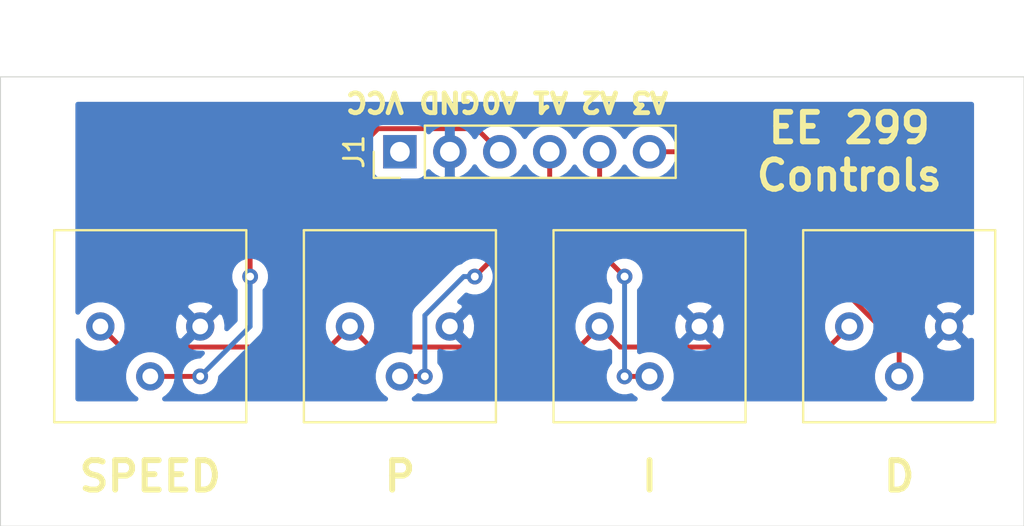
<source format=kicad_pcb>
(kicad_pcb (version 20171130) (host pcbnew 5.1.9-73d0e3b20d~88~ubuntu20.04.1)

  (general
    (thickness 1.6)
    (drawings 15)
    (tracks 35)
    (zones 0)
    (modules 5)
    (nets 8)
  )

  (page A4)
  (layers
    (0 F.Cu signal)
    (31 B.Cu signal)
    (32 B.Adhes user)
    (33 F.Adhes user)
    (34 B.Paste user)
    (35 F.Paste user)
    (36 B.SilkS user)
    (37 F.SilkS user)
    (38 B.Mask user)
    (39 F.Mask user)
    (40 Dwgs.User user)
    (41 Cmts.User user)
    (42 Eco1.User user)
    (43 Eco2.User user)
    (44 Edge.Cuts user)
    (45 Margin user)
    (46 B.CrtYd user)
    (47 F.CrtYd user)
    (48 B.Fab user)
    (49 F.Fab user)
  )

  (setup
    (last_trace_width 0.25)
    (trace_clearance 0.2)
    (zone_clearance 0.508)
    (zone_45_only no)
    (trace_min 0.2)
    (via_size 0.8)
    (via_drill 0.4)
    (via_min_size 0.4)
    (via_min_drill 0.3)
    (uvia_size 0.3)
    (uvia_drill 0.1)
    (uvias_allowed no)
    (uvia_min_size 0.2)
    (uvia_min_drill 0.1)
    (edge_width 0.05)
    (segment_width 0.2)
    (pcb_text_width 0.3)
    (pcb_text_size 1.5 1.5)
    (mod_edge_width 0.12)
    (mod_text_size 1 1)
    (mod_text_width 0.15)
    (pad_size 1.524 1.524)
    (pad_drill 0.762)
    (pad_to_mask_clearance 0)
    (aux_axis_origin 0 0)
    (visible_elements FFFFFF7F)
    (pcbplotparams
      (layerselection 0x010fc_ffffffff)
      (usegerberextensions false)
      (usegerberattributes true)
      (usegerberadvancedattributes true)
      (creategerberjobfile true)
      (excludeedgelayer true)
      (linewidth 0.100000)
      (plotframeref false)
      (viasonmask false)
      (mode 1)
      (useauxorigin false)
      (hpglpennumber 1)
      (hpglpenspeed 20)
      (hpglpendiameter 15.000000)
      (psnegative false)
      (psa4output false)
      (plotreference true)
      (plotvalue true)
      (plotinvisibletext false)
      (padsonsilk false)
      (subtractmaskfromsilk false)
      (outputformat 1)
      (mirror false)
      (drillshape 1)
      (scaleselection 1)
      (outputdirectory ""))
  )

  (net 0 "")
  (net 1 "Net-(J1-Pad1)")
  (net 2 GND)
  (net 3 /A0)
  (net 4 /A1)
  (net 5 /A2)
  (net 6 /A3)
  (net 7 "Net-(RV1-Pad1)")

  (net_class Default "This is the default net class."
    (clearance 0.2)
    (trace_width 0.25)
    (via_dia 0.8)
    (via_drill 0.4)
    (uvia_dia 0.3)
    (uvia_drill 0.1)
    (add_net /A0)
    (add_net /A1)
    (add_net /A2)
    (add_net /A3)
    (add_net GND)
    (add_net "Net-(J1-Pad1)")
    (add_net "Net-(RV1-Pad1)")
  )

  (module Connector_PinHeader_2.54mm:PinHeader_1x06_P2.54mm_Vertical (layer F.Cu) (tedit 59FED5CC) (tstamp 625EBD5B)
    (at 110.49 66.04 90)
    (descr "Through hole straight pin header, 1x06, 2.54mm pitch, single row")
    (tags "Through hole pin header THT 1x06 2.54mm single row")
    (path /6266553E)
    (fp_text reference J1 (at 0 -2.33 90) (layer F.SilkS)
      (effects (font (size 1 1) (thickness 0.15)))
    )
    (fp_text value Conn_01x06_Female (at 0 15.03 90) (layer F.Fab)
      (effects (font (size 1 1) (thickness 0.15)))
    )
    (fp_line (start 1.8 -1.8) (end -1.8 -1.8) (layer F.CrtYd) (width 0.05))
    (fp_line (start 1.8 14.5) (end 1.8 -1.8) (layer F.CrtYd) (width 0.05))
    (fp_line (start -1.8 14.5) (end 1.8 14.5) (layer F.CrtYd) (width 0.05))
    (fp_line (start -1.8 -1.8) (end -1.8 14.5) (layer F.CrtYd) (width 0.05))
    (fp_line (start -1.33 -1.33) (end 0 -1.33) (layer F.SilkS) (width 0.12))
    (fp_line (start -1.33 0) (end -1.33 -1.33) (layer F.SilkS) (width 0.12))
    (fp_line (start -1.33 1.27) (end 1.33 1.27) (layer F.SilkS) (width 0.12))
    (fp_line (start 1.33 1.27) (end 1.33 14.03) (layer F.SilkS) (width 0.12))
    (fp_line (start -1.33 1.27) (end -1.33 14.03) (layer F.SilkS) (width 0.12))
    (fp_line (start -1.33 14.03) (end 1.33 14.03) (layer F.SilkS) (width 0.12))
    (fp_line (start -1.27 -0.635) (end -0.635 -1.27) (layer F.Fab) (width 0.1))
    (fp_line (start -1.27 13.97) (end -1.27 -0.635) (layer F.Fab) (width 0.1))
    (fp_line (start 1.27 13.97) (end -1.27 13.97) (layer F.Fab) (width 0.1))
    (fp_line (start 1.27 -1.27) (end 1.27 13.97) (layer F.Fab) (width 0.1))
    (fp_line (start -0.635 -1.27) (end 1.27 -1.27) (layer F.Fab) (width 0.1))
    (fp_text user %R (at 0 6.35) (layer F.Fab)
      (effects (font (size 1 1) (thickness 0.15)))
    )
    (pad 1 thru_hole rect (at 0 0 90) (size 1.7 1.7) (drill 1) (layers *.Cu *.Mask)
      (net 1 "Net-(J1-Pad1)"))
    (pad 2 thru_hole oval (at 0 2.54 90) (size 1.7 1.7) (drill 1) (layers *.Cu *.Mask)
      (net 2 GND))
    (pad 3 thru_hole oval (at 0 5.08 90) (size 1.7 1.7) (drill 1) (layers *.Cu *.Mask)
      (net 3 /A0))
    (pad 4 thru_hole oval (at 0 7.62 90) (size 1.7 1.7) (drill 1) (layers *.Cu *.Mask)
      (net 4 /A1))
    (pad 5 thru_hole oval (at 0 10.16 90) (size 1.7 1.7) (drill 1) (layers *.Cu *.Mask)
      (net 5 /A2))
    (pad 6 thru_hole oval (at 0 12.7 90) (size 1.7 1.7) (drill 1) (layers *.Cu *.Mask)
      (net 6 /A3))
    (model ${KISYS3DMOD}/Connector_PinHeader_2.54mm.3dshapes/PinHeader_1x06_P2.54mm_Vertical.wrl
      (at (xyz 0 0 0))
      (scale (xyz 1 1 1))
      (rotate (xyz 0 0 0))
    )
  )

  (module Potentiometer_THT:Potentiometer_Bourns_3386P_Vertical (layer F.Cu) (tedit 5AA07388) (tstamp 625EBD72)
    (at 95.25 74.93 270)
    (descr "Potentiometer, vertical, Bourns 3386P, https://www.bourns.com/pdfs/3386.pdf")
    (tags "Potentiometer vertical Bourns 3386P")
    (path /625E51EF)
    (fp_text reference RV1 (at -0.015 -8.555 90) (layer F.SilkS) hide
      (effects (font (size 1 1) (thickness 0.15)))
    )
    (fp_text value 10k (at -0.015 3.475 90) (layer F.Fab)
      (effects (font (size 1 1) (thickness 0.15)))
    )
    (fp_line (start 5 -7.56) (end -5.03 -7.56) (layer F.CrtYd) (width 0.05))
    (fp_line (start 5 2.48) (end 5 -7.56) (layer F.CrtYd) (width 0.05))
    (fp_line (start -5.03 2.48) (end 5 2.48) (layer F.CrtYd) (width 0.05))
    (fp_line (start -5.03 -7.56) (end -5.03 2.48) (layer F.CrtYd) (width 0.05))
    (fp_line (start 4.87 -7.425) (end 4.87 2.345) (layer F.SilkS) (width 0.12))
    (fp_line (start -4.9 -7.425) (end -4.9 2.345) (layer F.SilkS) (width 0.12))
    (fp_line (start -4.9 2.345) (end 4.87 2.345) (layer F.SilkS) (width 0.12))
    (fp_line (start -4.9 -7.425) (end 4.87 -7.425) (layer F.SilkS) (width 0.12))
    (fp_line (start -0.891 -0.98) (end -0.89 -4.099) (layer F.Fab) (width 0.1))
    (fp_line (start -0.891 -0.98) (end -0.89 -4.099) (layer F.Fab) (width 0.1))
    (fp_line (start 4.75 -7.305) (end -4.78 -7.305) (layer F.Fab) (width 0.1))
    (fp_line (start 4.75 2.225) (end 4.75 -7.305) (layer F.Fab) (width 0.1))
    (fp_line (start -4.78 2.225) (end 4.75 2.225) (layer F.Fab) (width 0.1))
    (fp_line (start -4.78 -7.305) (end -4.78 2.225) (layer F.Fab) (width 0.1))
    (fp_circle (center -0.891 -2.54) (end 0.684 -2.54) (layer F.Fab) (width 0.1))
    (fp_text user %R (at -3.78 -2.54) (layer F.Fab)
      (effects (font (size 1 1) (thickness 0.15)))
    )
    (pad 3 thru_hole circle (at 0 -5.08 270) (size 1.44 1.44) (drill 0.8) (layers *.Cu *.Mask)
      (net 2 GND))
    (pad 2 thru_hole circle (at 2.54 -2.54 270) (size 1.44 1.44) (drill 0.8) (layers *.Cu *.Mask)
      (net 3 /A0))
    (pad 1 thru_hole circle (at 0 0 270) (size 1.44 1.44) (drill 0.8) (layers *.Cu *.Mask)
      (net 7 "Net-(RV1-Pad1)"))
    (model ${KISYS3DMOD}/Potentiometer_THT.3dshapes/Potentiometer_Bourns_3386P_Vertical.wrl
      (at (xyz 0 0 0))
      (scale (xyz 1 1 1))
      (rotate (xyz 0 0 0))
    )
  )

  (module Potentiometer_THT:Potentiometer_Bourns_3386P_Vertical (layer F.Cu) (tedit 5AA07388) (tstamp 625EBD89)
    (at 107.95 74.93 270)
    (descr "Potentiometer, vertical, Bourns 3386P, https://www.bourns.com/pdfs/3386.pdf")
    (tags "Potentiometer vertical Bourns 3386P")
    (path /625E5F0B)
    (fp_text reference RV2 (at -0.015 -8.555 90) (layer F.SilkS) hide
      (effects (font (size 1 1) (thickness 0.15)))
    )
    (fp_text value 10k (at -0.015 3.475 90) (layer F.Fab)
      (effects (font (size 1 1) (thickness 0.15)))
    )
    (fp_text user %R (at -3.78 -2.54) (layer F.Fab)
      (effects (font (size 1 1) (thickness 0.15)))
    )
    (fp_circle (center -0.891 -2.54) (end 0.684 -2.54) (layer F.Fab) (width 0.1))
    (fp_line (start -4.78 -7.305) (end -4.78 2.225) (layer F.Fab) (width 0.1))
    (fp_line (start -4.78 2.225) (end 4.75 2.225) (layer F.Fab) (width 0.1))
    (fp_line (start 4.75 2.225) (end 4.75 -7.305) (layer F.Fab) (width 0.1))
    (fp_line (start 4.75 -7.305) (end -4.78 -7.305) (layer F.Fab) (width 0.1))
    (fp_line (start -0.891 -0.98) (end -0.89 -4.099) (layer F.Fab) (width 0.1))
    (fp_line (start -0.891 -0.98) (end -0.89 -4.099) (layer F.Fab) (width 0.1))
    (fp_line (start -4.9 -7.425) (end 4.87 -7.425) (layer F.SilkS) (width 0.12))
    (fp_line (start -4.9 2.345) (end 4.87 2.345) (layer F.SilkS) (width 0.12))
    (fp_line (start -4.9 -7.425) (end -4.9 2.345) (layer F.SilkS) (width 0.12))
    (fp_line (start 4.87 -7.425) (end 4.87 2.345) (layer F.SilkS) (width 0.12))
    (fp_line (start -5.03 -7.56) (end -5.03 2.48) (layer F.CrtYd) (width 0.05))
    (fp_line (start -5.03 2.48) (end 5 2.48) (layer F.CrtYd) (width 0.05))
    (fp_line (start 5 2.48) (end 5 -7.56) (layer F.CrtYd) (width 0.05))
    (fp_line (start 5 -7.56) (end -5.03 -7.56) (layer F.CrtYd) (width 0.05))
    (pad 1 thru_hole circle (at 0 0 270) (size 1.44 1.44) (drill 0.8) (layers *.Cu *.Mask)
      (net 7 "Net-(RV1-Pad1)"))
    (pad 2 thru_hole circle (at 2.54 -2.54 270) (size 1.44 1.44) (drill 0.8) (layers *.Cu *.Mask)
      (net 4 /A1))
    (pad 3 thru_hole circle (at 0 -5.08 270) (size 1.44 1.44) (drill 0.8) (layers *.Cu *.Mask)
      (net 2 GND))
    (model ${KISYS3DMOD}/Potentiometer_THT.3dshapes/Potentiometer_Bourns_3386P_Vertical.wrl
      (at (xyz 0 0 0))
      (scale (xyz 1 1 1))
      (rotate (xyz 0 0 0))
    )
  )

  (module Potentiometer_THT:Potentiometer_Bourns_3386P_Vertical (layer F.Cu) (tedit 5AA07388) (tstamp 625EBDA0)
    (at 120.65 74.93 270)
    (descr "Potentiometer, vertical, Bourns 3386P, https://www.bourns.com/pdfs/3386.pdf")
    (tags "Potentiometer vertical Bourns 3386P")
    (path /625E69F2)
    (fp_text reference RV3 (at -0.015 -8.555 90) (layer F.SilkS) hide
      (effects (font (size 1 1) (thickness 0.15)))
    )
    (fp_text value 10k (at -0.015 3.475 90) (layer F.Fab)
      (effects (font (size 1 1) (thickness 0.15)))
    )
    (fp_line (start 5 -7.56) (end -5.03 -7.56) (layer F.CrtYd) (width 0.05))
    (fp_line (start 5 2.48) (end 5 -7.56) (layer F.CrtYd) (width 0.05))
    (fp_line (start -5.03 2.48) (end 5 2.48) (layer F.CrtYd) (width 0.05))
    (fp_line (start -5.03 -7.56) (end -5.03 2.48) (layer F.CrtYd) (width 0.05))
    (fp_line (start 4.87 -7.425) (end 4.87 2.345) (layer F.SilkS) (width 0.12))
    (fp_line (start -4.9 -7.425) (end -4.9 2.345) (layer F.SilkS) (width 0.12))
    (fp_line (start -4.9 2.345) (end 4.87 2.345) (layer F.SilkS) (width 0.12))
    (fp_line (start -4.9 -7.425) (end 4.87 -7.425) (layer F.SilkS) (width 0.12))
    (fp_line (start -0.891 -0.98) (end -0.89 -4.099) (layer F.Fab) (width 0.1))
    (fp_line (start -0.891 -0.98) (end -0.89 -4.099) (layer F.Fab) (width 0.1))
    (fp_line (start 4.75 -7.305) (end -4.78 -7.305) (layer F.Fab) (width 0.1))
    (fp_line (start 4.75 2.225) (end 4.75 -7.305) (layer F.Fab) (width 0.1))
    (fp_line (start -4.78 2.225) (end 4.75 2.225) (layer F.Fab) (width 0.1))
    (fp_line (start -4.78 -7.305) (end -4.78 2.225) (layer F.Fab) (width 0.1))
    (fp_circle (center -0.891 -2.54) (end 0.684 -2.54) (layer F.Fab) (width 0.1))
    (fp_text user %R (at -3.78 -2.54) (layer F.Fab)
      (effects (font (size 1 1) (thickness 0.15)))
    )
    (pad 3 thru_hole circle (at 0 -5.08 270) (size 1.44 1.44) (drill 0.8) (layers *.Cu *.Mask)
      (net 2 GND))
    (pad 2 thru_hole circle (at 2.54 -2.54 270) (size 1.44 1.44) (drill 0.8) (layers *.Cu *.Mask)
      (net 5 /A2))
    (pad 1 thru_hole circle (at 0 0 270) (size 1.44 1.44) (drill 0.8) (layers *.Cu *.Mask)
      (net 7 "Net-(RV1-Pad1)"))
    (model ${KISYS3DMOD}/Potentiometer_THT.3dshapes/Potentiometer_Bourns_3386P_Vertical.wrl
      (at (xyz 0 0 0))
      (scale (xyz 1 1 1))
      (rotate (xyz 0 0 0))
    )
  )

  (module Potentiometer_THT:Potentiometer_Bourns_3386P_Vertical (layer F.Cu) (tedit 5AA07388) (tstamp 625EBDB7)
    (at 133.35 74.93 270)
    (descr "Potentiometer, vertical, Bourns 3386P, https://www.bourns.com/pdfs/3386.pdf")
    (tags "Potentiometer vertical Bourns 3386P")
    (path /625E6FCC)
    (fp_text reference RV4 (at -0.015 -8.555 90) (layer F.SilkS) hide
      (effects (font (size 1 1) (thickness 0.15)))
    )
    (fp_text value 10k (at -0.015 3.475 90) (layer F.Fab)
      (effects (font (size 1 1) (thickness 0.15)))
    )
    (fp_text user %R (at -3.78 -2.54) (layer F.Fab)
      (effects (font (size 1 1) (thickness 0.15)))
    )
    (fp_circle (center -0.891 -2.54) (end 0.684 -2.54) (layer F.Fab) (width 0.1))
    (fp_line (start -4.78 -7.305) (end -4.78 2.225) (layer F.Fab) (width 0.1))
    (fp_line (start -4.78 2.225) (end 4.75 2.225) (layer F.Fab) (width 0.1))
    (fp_line (start 4.75 2.225) (end 4.75 -7.305) (layer F.Fab) (width 0.1))
    (fp_line (start 4.75 -7.305) (end -4.78 -7.305) (layer F.Fab) (width 0.1))
    (fp_line (start -0.891 -0.98) (end -0.89 -4.099) (layer F.Fab) (width 0.1))
    (fp_line (start -0.891 -0.98) (end -0.89 -4.099) (layer F.Fab) (width 0.1))
    (fp_line (start -4.9 -7.425) (end 4.87 -7.425) (layer F.SilkS) (width 0.12))
    (fp_line (start -4.9 2.345) (end 4.87 2.345) (layer F.SilkS) (width 0.12))
    (fp_line (start -4.9 -7.425) (end -4.9 2.345) (layer F.SilkS) (width 0.12))
    (fp_line (start 4.87 -7.425) (end 4.87 2.345) (layer F.SilkS) (width 0.12))
    (fp_line (start -5.03 -7.56) (end -5.03 2.48) (layer F.CrtYd) (width 0.05))
    (fp_line (start -5.03 2.48) (end 5 2.48) (layer F.CrtYd) (width 0.05))
    (fp_line (start 5 2.48) (end 5 -7.56) (layer F.CrtYd) (width 0.05))
    (fp_line (start 5 -7.56) (end -5.03 -7.56) (layer F.CrtYd) (width 0.05))
    (pad 1 thru_hole circle (at 0 0 270) (size 1.44 1.44) (drill 0.8) (layers *.Cu *.Mask)
      (net 7 "Net-(RV1-Pad1)"))
    (pad 2 thru_hole circle (at 2.54 -2.54 270) (size 1.44 1.44) (drill 0.8) (layers *.Cu *.Mask)
      (net 6 /A3))
    (pad 3 thru_hole circle (at 0 -5.08 270) (size 1.44 1.44) (drill 0.8) (layers *.Cu *.Mask)
      (net 2 GND))
    (model ${KISYS3DMOD}/Potentiometer_THT.3dshapes/Potentiometer_Bourns_3386P_Vertical.wrl
      (at (xyz 0 0 0))
      (scale (xyz 1 1 1))
      (rotate (xyz 0 0 0))
    )
  )

  (gr_line (start 142.24 62.23) (end 90.17 62.23) (layer Edge.Cuts) (width 0.05) (tstamp 625EC33B))
  (gr_line (start 142.24 85.09) (end 142.24 62.23) (layer Edge.Cuts) (width 0.05))
  (gr_line (start 90.17 85.09) (end 142.24 85.09) (layer Edge.Cuts) (width 0.05))
  (gr_line (start 90.17 62.23) (end 90.17 85.09) (layer Edge.Cuts) (width 0.05))
  (gr_text "EE 299\nControls\n" (at 133.35 66.04) (layer F.SilkS)
    (effects (font (size 1.5 1.5) (thickness 0.3)))
  )
  (gr_text A3 (at 123.19 63.5 180) (layer F.SilkS)
    (effects (font (size 1 1) (thickness 0.25)))
  )
  (gr_text A2 (at 120.65 63.5 180) (layer F.SilkS)
    (effects (font (size 1 1) (thickness 0.25)))
  )
  (gr_text A1 (at 118.11 63.5 180) (layer F.SilkS)
    (effects (font (size 1 1) (thickness 0.25)))
  )
  (gr_text A0 (at 115.57 63.5 180) (layer F.SilkS)
    (effects (font (size 1 1) (thickness 0.25)))
  )
  (gr_text GND (at 113.03 63.5 180) (layer F.SilkS)
    (effects (font (size 1 1) (thickness 0.25)))
  )
  (gr_text VCC (at 109.22 63.5 180) (layer F.SilkS)
    (effects (font (size 1 1) (thickness 0.25)))
  )
  (gr_text D (at 135.89 82.55) (layer F.SilkS)
    (effects (font (size 1.5 1.5) (thickness 0.3)))
  )
  (gr_text I (at 123.19 82.55) (layer F.SilkS)
    (effects (font (size 1.5 1.5) (thickness 0.3)))
  )
  (gr_text P (at 110.49 82.55) (layer F.SilkS)
    (effects (font (size 1.5 1.5) (thickness 0.3)))
  )
  (gr_text "SPEED\n" (at 97.79 82.55) (layer F.SilkS)
    (effects (font (size 1.5 1.5) (thickness 0.3)))
  )

  (via (at 102.87 72.39) (size 0.8) (drill 0.4) (layers F.Cu B.Cu) (net 3))
  (segment (start 102.87 71.374998) (end 102.87 72.39) (width 0.25) (layer F.Cu) (net 3))
  (segment (start 109.379999 64.864999) (end 102.87 71.374998) (width 0.25) (layer F.Cu) (net 3))
  (segment (start 114.394999 64.864999) (end 109.379999 64.864999) (width 0.25) (layer F.Cu) (net 3))
  (segment (start 115.57 66.04) (end 114.394999 64.864999) (width 0.25) (layer F.Cu) (net 3))
  (via (at 100.33 77.47) (size 0.8) (drill 0.4) (layers F.Cu B.Cu) (net 3))
  (segment (start 102.87 74.93) (end 100.33 77.47) (width 0.25) (layer B.Cu) (net 3))
  (segment (start 102.87 72.39) (end 102.87 74.93) (width 0.25) (layer B.Cu) (net 3))
  (segment (start 100.33 77.47) (end 97.79 77.47) (width 0.25) (layer F.Cu) (net 3))
  (via (at 114.3 72.39) (size 0.8) (drill 0.4) (layers F.Cu B.Cu) (net 4))
  (segment (start 118.11 68.58) (end 114.3 72.39) (width 0.25) (layer F.Cu) (net 4))
  (segment (start 118.11 66.04) (end 118.11 68.58) (width 0.25) (layer F.Cu) (net 4))
  (via (at 111.76 77.47) (size 0.8) (drill 0.4) (layers F.Cu B.Cu) (net 4))
  (segment (start 111.76 74.364315) (end 111.76 77.47) (width 0.25) (layer B.Cu) (net 4))
  (segment (start 113.734315 72.39) (end 111.76 74.364315) (width 0.25) (layer B.Cu) (net 4))
  (segment (start 114.3 72.39) (end 113.734315 72.39) (width 0.25) (layer B.Cu) (net 4))
  (segment (start 111.76 77.47) (end 110.49 77.47) (width 0.25) (layer F.Cu) (net 4))
  (via (at 121.92 72.39) (size 0.8) (drill 0.4) (layers F.Cu B.Cu) (net 5))
  (segment (start 120.65 71.12) (end 121.92 72.39) (width 0.25) (layer F.Cu) (net 5))
  (segment (start 120.65 66.04) (end 120.65 71.12) (width 0.25) (layer F.Cu) (net 5))
  (via (at 121.92 77.47) (size 0.8) (drill 0.4) (layers F.Cu B.Cu) (net 5))
  (segment (start 121.92 72.39) (end 121.92 77.47) (width 0.25) (layer B.Cu) (net 5))
  (segment (start 121.92 77.47) (end 123.19 77.47) (width 0.25) (layer F.Cu) (net 5))
  (segment (start 126.006602 66.04) (end 135.89 75.923398) (width 0.25) (layer F.Cu) (net 6))
  (segment (start 135.89 75.923398) (end 135.89 77.47) (width 0.25) (layer F.Cu) (net 6))
  (segment (start 123.19 66.04) (end 126.006602 66.04) (width 0.25) (layer F.Cu) (net 6))
  (segment (start 106.904999 75.975001) (end 107.95 74.93) (width 0.25) (layer F.Cu) (net 7))
  (segment (start 96.295001 75.975001) (end 106.904999 75.975001) (width 0.25) (layer F.Cu) (net 7))
  (segment (start 95.25 74.93) (end 96.295001 75.975001) (width 0.25) (layer F.Cu) (net 7))
  (segment (start 119.604999 75.975001) (end 120.65 74.93) (width 0.25) (layer F.Cu) (net 7))
  (segment (start 108.995001 75.975001) (end 119.604999 75.975001) (width 0.25) (layer F.Cu) (net 7))
  (segment (start 107.95 74.93) (end 108.995001 75.975001) (width 0.25) (layer F.Cu) (net 7))
  (segment (start 132.304999 75.975001) (end 133.35 74.93) (width 0.25) (layer F.Cu) (net 7))
  (segment (start 121.695001 75.975001) (end 132.304999 75.975001) (width 0.25) (layer F.Cu) (net 7))
  (segment (start 120.65 74.93) (end 121.695001 75.975001) (width 0.25) (layer F.Cu) (net 7))

  (zone (net 2) (net_name GND) (layer B.Cu) (tstamp 625EC342) (hatch edge 0.508)
    (connect_pads (clearance 0.508))
    (min_thickness 0.254)
    (fill yes (arc_segments 32) (thermal_gap 0.508) (thermal_bridge_width 0.508))
    (polygon
      (pts
        (xy 139.7 78.74) (xy 93.98 78.74) (xy 93.98 63.5) (xy 139.7 63.5)
      )
    )
    (filled_polygon
      (pts
        (xy 139.573 74.228487) (xy 139.36556 74.174045) (xy 138.609605 74.93) (xy 139.36556 75.685955) (xy 139.573 75.631513)
        (xy 139.573 78.613) (xy 136.618314 78.613) (xy 136.753762 78.522497) (xy 136.942497 78.333762) (xy 137.090785 78.111833)
        (xy 137.192928 77.865239) (xy 137.245 77.603456) (xy 137.245 77.336544) (xy 137.192928 77.074761) (xy 137.090785 76.828167)
        (xy 136.942497 76.606238) (xy 136.753762 76.417503) (xy 136.531833 76.269215) (xy 136.285239 76.167072) (xy 136.023456 76.115)
        (xy 135.756544 76.115) (xy 135.494761 76.167072) (xy 135.248167 76.269215) (xy 135.026238 76.417503) (xy 134.837503 76.606238)
        (xy 134.689215 76.828167) (xy 134.587072 77.074761) (xy 134.535 77.336544) (xy 134.535 77.603456) (xy 134.587072 77.865239)
        (xy 134.689215 78.111833) (xy 134.837503 78.333762) (xy 135.026238 78.522497) (xy 135.161686 78.613) (xy 123.918314 78.613)
        (xy 124.053762 78.522497) (xy 124.242497 78.333762) (xy 124.390785 78.111833) (xy 124.492928 77.865239) (xy 124.545 77.603456)
        (xy 124.545 77.336544) (xy 124.492928 77.074761) (xy 124.390785 76.828167) (xy 124.242497 76.606238) (xy 124.053762 76.417503)
        (xy 123.831833 76.269215) (xy 123.585239 76.167072) (xy 123.323456 76.115) (xy 123.056544 76.115) (xy 122.794761 76.167072)
        (xy 122.68 76.214608) (xy 122.68 75.86556) (xy 124.974045 75.86556) (xy 125.035932 76.101368) (xy 125.27779 76.214266)
        (xy 125.537027 76.277811) (xy 125.80368 76.289561) (xy 126.067501 76.249063) (xy 126.318353 76.157875) (xy 126.424068 76.101368)
        (xy 126.485955 75.86556) (xy 125.73 75.109605) (xy 124.974045 75.86556) (xy 122.68 75.86556) (xy 122.68 75.00368)
        (xy 124.370439 75.00368) (xy 124.410937 75.267501) (xy 124.502125 75.518353) (xy 124.558632 75.624068) (xy 124.79444 75.685955)
        (xy 125.550395 74.93) (xy 125.909605 74.93) (xy 126.66556 75.685955) (xy 126.901368 75.624068) (xy 127.014266 75.38221)
        (xy 127.077811 75.122973) (xy 127.089561 74.85632) (xy 127.080386 74.796544) (xy 131.995 74.796544) (xy 131.995 75.063456)
        (xy 132.047072 75.325239) (xy 132.149215 75.571833) (xy 132.297503 75.793762) (xy 132.486238 75.982497) (xy 132.708167 76.130785)
        (xy 132.954761 76.232928) (xy 133.216544 76.285) (xy 133.483456 76.285) (xy 133.745239 76.232928) (xy 133.991833 76.130785)
        (xy 134.213762 75.982497) (xy 134.330699 75.86556) (xy 137.674045 75.86556) (xy 137.735932 76.101368) (xy 137.97779 76.214266)
        (xy 138.237027 76.277811) (xy 138.50368 76.289561) (xy 138.767501 76.249063) (xy 139.018353 76.157875) (xy 139.124068 76.101368)
        (xy 139.185955 75.86556) (xy 138.43 75.109605) (xy 137.674045 75.86556) (xy 134.330699 75.86556) (xy 134.402497 75.793762)
        (xy 134.550785 75.571833) (xy 134.652928 75.325239) (xy 134.705 75.063456) (xy 134.705 75.00368) (xy 137.070439 75.00368)
        (xy 137.110937 75.267501) (xy 137.202125 75.518353) (xy 137.258632 75.624068) (xy 137.49444 75.685955) (xy 138.250395 74.93)
        (xy 137.49444 74.174045) (xy 137.258632 74.235932) (xy 137.145734 74.47779) (xy 137.082189 74.737027) (xy 137.070439 75.00368)
        (xy 134.705 75.00368) (xy 134.705 74.796544) (xy 134.652928 74.534761) (xy 134.550785 74.288167) (xy 134.402497 74.066238)
        (xy 134.330699 73.99444) (xy 137.674045 73.99444) (xy 138.43 74.750395) (xy 139.185955 73.99444) (xy 139.124068 73.758632)
        (xy 138.88221 73.645734) (xy 138.622973 73.582189) (xy 138.35632 73.570439) (xy 138.092499 73.610937) (xy 137.841647 73.702125)
        (xy 137.735932 73.758632) (xy 137.674045 73.99444) (xy 134.330699 73.99444) (xy 134.213762 73.877503) (xy 133.991833 73.729215)
        (xy 133.745239 73.627072) (xy 133.483456 73.575) (xy 133.216544 73.575) (xy 132.954761 73.627072) (xy 132.708167 73.729215)
        (xy 132.486238 73.877503) (xy 132.297503 74.066238) (xy 132.149215 74.288167) (xy 132.047072 74.534761) (xy 131.995 74.796544)
        (xy 127.080386 74.796544) (xy 127.049063 74.592499) (xy 126.957875 74.341647) (xy 126.901368 74.235932) (xy 126.66556 74.174045)
        (xy 125.909605 74.93) (xy 125.550395 74.93) (xy 124.79444 74.174045) (xy 124.558632 74.235932) (xy 124.445734 74.47779)
        (xy 124.382189 74.737027) (xy 124.370439 75.00368) (xy 122.68 75.00368) (xy 122.68 73.99444) (xy 124.974045 73.99444)
        (xy 125.73 74.750395) (xy 126.485955 73.99444) (xy 126.424068 73.758632) (xy 126.18221 73.645734) (xy 125.922973 73.582189)
        (xy 125.65632 73.570439) (xy 125.392499 73.610937) (xy 125.141647 73.702125) (xy 125.035932 73.758632) (xy 124.974045 73.99444)
        (xy 122.68 73.99444) (xy 122.68 73.093711) (xy 122.723937 73.049774) (xy 122.837205 72.880256) (xy 122.915226 72.691898)
        (xy 122.955 72.491939) (xy 122.955 72.288061) (xy 122.915226 72.088102) (xy 122.837205 71.899744) (xy 122.723937 71.730226)
        (xy 122.579774 71.586063) (xy 122.410256 71.472795) (xy 122.221898 71.394774) (xy 122.021939 71.355) (xy 121.818061 71.355)
        (xy 121.618102 71.394774) (xy 121.429744 71.472795) (xy 121.260226 71.586063) (xy 121.116063 71.730226) (xy 121.002795 71.899744)
        (xy 120.924774 72.088102) (xy 120.885 72.288061) (xy 120.885 72.491939) (xy 120.924774 72.691898) (xy 121.002795 72.880256)
        (xy 121.116063 73.049774) (xy 121.16 73.093711) (xy 121.16 73.674608) (xy 121.045239 73.627072) (xy 120.783456 73.575)
        (xy 120.516544 73.575) (xy 120.254761 73.627072) (xy 120.008167 73.729215) (xy 119.786238 73.877503) (xy 119.597503 74.066238)
        (xy 119.449215 74.288167) (xy 119.347072 74.534761) (xy 119.295 74.796544) (xy 119.295 75.063456) (xy 119.347072 75.325239)
        (xy 119.449215 75.571833) (xy 119.597503 75.793762) (xy 119.786238 75.982497) (xy 120.008167 76.130785) (xy 120.254761 76.232928)
        (xy 120.516544 76.285) (xy 120.783456 76.285) (xy 121.045239 76.232928) (xy 121.160001 76.185392) (xy 121.160001 76.766288)
        (xy 121.116063 76.810226) (xy 121.002795 76.979744) (xy 120.924774 77.168102) (xy 120.885 77.368061) (xy 120.885 77.571939)
        (xy 120.924774 77.771898) (xy 121.002795 77.960256) (xy 121.116063 78.129774) (xy 121.260226 78.273937) (xy 121.429744 78.387205)
        (xy 121.618102 78.465226) (xy 121.818061 78.505) (xy 122.021939 78.505) (xy 122.221898 78.465226) (xy 122.255181 78.45144)
        (xy 122.326238 78.522497) (xy 122.461686 78.613) (xy 111.218314 78.613) (xy 111.353762 78.522497) (xy 111.424819 78.45144)
        (xy 111.458102 78.465226) (xy 111.658061 78.505) (xy 111.861939 78.505) (xy 112.061898 78.465226) (xy 112.250256 78.387205)
        (xy 112.419774 78.273937) (xy 112.563937 78.129774) (xy 112.677205 77.960256) (xy 112.755226 77.771898) (xy 112.795 77.571939)
        (xy 112.795 77.368061) (xy 112.755226 77.168102) (xy 112.677205 76.979744) (xy 112.563937 76.810226) (xy 112.52 76.766289)
        (xy 112.52 76.18729) (xy 112.57779 76.214266) (xy 112.837027 76.277811) (xy 113.10368 76.289561) (xy 113.367501 76.249063)
        (xy 113.618353 76.157875) (xy 113.724068 76.101368) (xy 113.785955 75.86556) (xy 113.03 75.109605) (xy 113.015858 75.123748)
        (xy 112.836253 74.944143) (xy 112.850395 74.93) (xy 113.209605 74.93) (xy 113.96556 75.685955) (xy 114.201368 75.624068)
        (xy 114.314266 75.38221) (xy 114.377811 75.122973) (xy 114.389561 74.85632) (xy 114.349063 74.592499) (xy 114.257875 74.341647)
        (xy 114.201368 74.235932) (xy 113.96556 74.174045) (xy 113.209605 74.93) (xy 112.850395 74.93) (xy 112.836253 74.915858)
        (xy 113.015858 74.736253) (xy 113.03 74.750395) (xy 113.785955 73.99444) (xy 113.724068 73.758632) (xy 113.530733 73.668384)
        (xy 113.867845 73.331272) (xy 113.998102 73.385226) (xy 114.198061 73.425) (xy 114.401939 73.425) (xy 114.601898 73.385226)
        (xy 114.790256 73.307205) (xy 114.959774 73.193937) (xy 115.103937 73.049774) (xy 115.217205 72.880256) (xy 115.295226 72.691898)
        (xy 115.335 72.491939) (xy 115.335 72.288061) (xy 115.295226 72.088102) (xy 115.217205 71.899744) (xy 115.103937 71.730226)
        (xy 114.959774 71.586063) (xy 114.790256 71.472795) (xy 114.601898 71.394774) (xy 114.401939 71.355) (xy 114.198061 71.355)
        (xy 113.998102 71.394774) (xy 113.809744 71.472795) (xy 113.640226 71.586063) (xy 113.585276 71.641013) (xy 113.442068 71.684454)
        (xy 113.310038 71.755026) (xy 113.226398 71.823668) (xy 113.194314 71.849999) (xy 113.170516 71.878997) (xy 111.249003 73.800511)
        (xy 111.219999 73.824314) (xy 111.164871 73.891489) (xy 111.125026 73.940039) (xy 111.095948 73.99444) (xy 111.054454 74.072069)
        (xy 111.010997 74.21533) (xy 111 74.326983) (xy 111 74.326993) (xy 110.996324 74.364315) (xy 111 74.401638)
        (xy 111.000001 76.214608) (xy 110.885239 76.167072) (xy 110.623456 76.115) (xy 110.356544 76.115) (xy 110.094761 76.167072)
        (xy 109.848167 76.269215) (xy 109.626238 76.417503) (xy 109.437503 76.606238) (xy 109.289215 76.828167) (xy 109.187072 77.074761)
        (xy 109.135 77.336544) (xy 109.135 77.603456) (xy 109.187072 77.865239) (xy 109.289215 78.111833) (xy 109.437503 78.333762)
        (xy 109.626238 78.522497) (xy 109.761686 78.613) (xy 98.518314 78.613) (xy 98.653762 78.522497) (xy 98.842497 78.333762)
        (xy 98.990785 78.111833) (xy 99.092928 77.865239) (xy 99.145 77.603456) (xy 99.145 77.368061) (xy 99.295 77.368061)
        (xy 99.295 77.571939) (xy 99.334774 77.771898) (xy 99.412795 77.960256) (xy 99.526063 78.129774) (xy 99.670226 78.273937)
        (xy 99.839744 78.387205) (xy 100.028102 78.465226) (xy 100.228061 78.505) (xy 100.431939 78.505) (xy 100.631898 78.465226)
        (xy 100.820256 78.387205) (xy 100.989774 78.273937) (xy 101.133937 78.129774) (xy 101.247205 77.960256) (xy 101.325226 77.771898)
        (xy 101.365 77.571939) (xy 101.365 77.509801) (xy 103.381008 75.493795) (xy 103.410001 75.470001) (xy 103.433795 75.441008)
        (xy 103.433799 75.441004) (xy 103.504973 75.354277) (xy 103.504974 75.354276) (xy 103.575546 75.222247) (xy 103.619003 75.078986)
        (xy 103.63 74.967333) (xy 103.63 74.967324) (xy 103.633676 74.930001) (xy 103.63 74.892678) (xy 103.63 74.796544)
        (xy 106.595 74.796544) (xy 106.595 75.063456) (xy 106.647072 75.325239) (xy 106.749215 75.571833) (xy 106.897503 75.793762)
        (xy 107.086238 75.982497) (xy 107.308167 76.130785) (xy 107.554761 76.232928) (xy 107.816544 76.285) (xy 108.083456 76.285)
        (xy 108.345239 76.232928) (xy 108.591833 76.130785) (xy 108.813762 75.982497) (xy 109.002497 75.793762) (xy 109.150785 75.571833)
        (xy 109.252928 75.325239) (xy 109.305 75.063456) (xy 109.305 74.796544) (xy 109.252928 74.534761) (xy 109.150785 74.288167)
        (xy 109.002497 74.066238) (xy 108.813762 73.877503) (xy 108.591833 73.729215) (xy 108.345239 73.627072) (xy 108.083456 73.575)
        (xy 107.816544 73.575) (xy 107.554761 73.627072) (xy 107.308167 73.729215) (xy 107.086238 73.877503) (xy 106.897503 74.066238)
        (xy 106.749215 74.288167) (xy 106.647072 74.534761) (xy 106.595 74.796544) (xy 103.63 74.796544) (xy 103.63 73.093711)
        (xy 103.673937 73.049774) (xy 103.787205 72.880256) (xy 103.865226 72.691898) (xy 103.905 72.491939) (xy 103.905 72.288061)
        (xy 103.865226 72.088102) (xy 103.787205 71.899744) (xy 103.673937 71.730226) (xy 103.529774 71.586063) (xy 103.360256 71.472795)
        (xy 103.171898 71.394774) (xy 102.971939 71.355) (xy 102.768061 71.355) (xy 102.568102 71.394774) (xy 102.379744 71.472795)
        (xy 102.210226 71.586063) (xy 102.066063 71.730226) (xy 101.952795 71.899744) (xy 101.874774 72.088102) (xy 101.835 72.288061)
        (xy 101.835 72.491939) (xy 101.874774 72.691898) (xy 101.952795 72.880256) (xy 102.066063 73.049774) (xy 102.11 73.093711)
        (xy 102.110001 74.615196) (xy 101.681295 75.043902) (xy 101.689561 74.85632) (xy 101.649063 74.592499) (xy 101.557875 74.341647)
        (xy 101.501368 74.235932) (xy 101.26556 74.174045) (xy 100.509605 74.93) (xy 100.523748 74.944143) (xy 100.344143 75.123748)
        (xy 100.33 75.109605) (xy 99.574045 75.86556) (xy 99.635932 76.101368) (xy 99.87779 76.214266) (xy 100.137027 76.277811)
        (xy 100.40368 76.289561) (xy 100.441433 76.283766) (xy 100.290199 76.435) (xy 100.228061 76.435) (xy 100.028102 76.474774)
        (xy 99.839744 76.552795) (xy 99.670226 76.666063) (xy 99.526063 76.810226) (xy 99.412795 76.979744) (xy 99.334774 77.168102)
        (xy 99.295 77.368061) (xy 99.145 77.368061) (xy 99.145 77.336544) (xy 99.092928 77.074761) (xy 98.990785 76.828167)
        (xy 98.842497 76.606238) (xy 98.653762 76.417503) (xy 98.431833 76.269215) (xy 98.185239 76.167072) (xy 97.923456 76.115)
        (xy 97.656544 76.115) (xy 97.394761 76.167072) (xy 97.148167 76.269215) (xy 96.926238 76.417503) (xy 96.737503 76.606238)
        (xy 96.589215 76.828167) (xy 96.487072 77.074761) (xy 96.435 77.336544) (xy 96.435 77.603456) (xy 96.487072 77.865239)
        (xy 96.589215 78.111833) (xy 96.737503 78.333762) (xy 96.926238 78.522497) (xy 97.061686 78.613) (xy 94.107 78.613)
        (xy 94.107 75.658314) (xy 94.197503 75.793762) (xy 94.386238 75.982497) (xy 94.608167 76.130785) (xy 94.854761 76.232928)
        (xy 95.116544 76.285) (xy 95.383456 76.285) (xy 95.645239 76.232928) (xy 95.891833 76.130785) (xy 96.113762 75.982497)
        (xy 96.302497 75.793762) (xy 96.450785 75.571833) (xy 96.552928 75.325239) (xy 96.605 75.063456) (xy 96.605 75.00368)
        (xy 98.970439 75.00368) (xy 99.010937 75.267501) (xy 99.102125 75.518353) (xy 99.158632 75.624068) (xy 99.39444 75.685955)
        (xy 100.150395 74.93) (xy 99.39444 74.174045) (xy 99.158632 74.235932) (xy 99.045734 74.47779) (xy 98.982189 74.737027)
        (xy 98.970439 75.00368) (xy 96.605 75.00368) (xy 96.605 74.796544) (xy 96.552928 74.534761) (xy 96.450785 74.288167)
        (xy 96.302497 74.066238) (xy 96.230699 73.99444) (xy 99.574045 73.99444) (xy 100.33 74.750395) (xy 101.085955 73.99444)
        (xy 101.024068 73.758632) (xy 100.78221 73.645734) (xy 100.522973 73.582189) (xy 100.25632 73.570439) (xy 99.992499 73.610937)
        (xy 99.741647 73.702125) (xy 99.635932 73.758632) (xy 99.574045 73.99444) (xy 96.230699 73.99444) (xy 96.113762 73.877503)
        (xy 95.891833 73.729215) (xy 95.645239 73.627072) (xy 95.383456 73.575) (xy 95.116544 73.575) (xy 94.854761 73.627072)
        (xy 94.608167 73.729215) (xy 94.386238 73.877503) (xy 94.197503 74.066238) (xy 94.107 74.201686) (xy 94.107 65.19)
        (xy 109.001928 65.19) (xy 109.001928 66.89) (xy 109.014188 67.014482) (xy 109.050498 67.13418) (xy 109.109463 67.244494)
        (xy 109.188815 67.341185) (xy 109.285506 67.420537) (xy 109.39582 67.479502) (xy 109.515518 67.515812) (xy 109.64 67.528072)
        (xy 111.34 67.528072) (xy 111.464482 67.515812) (xy 111.58418 67.479502) (xy 111.694494 67.420537) (xy 111.791185 67.341185)
        (xy 111.870537 67.244494) (xy 111.929502 67.13418) (xy 111.953966 67.053534) (xy 112.029731 67.137588) (xy 112.26308 67.311641)
        (xy 112.525901 67.436825) (xy 112.67311 67.481476) (xy 112.903 67.360155) (xy 112.903 66.167) (xy 112.883 66.167)
        (xy 112.883 65.913) (xy 112.903 65.913) (xy 112.903 64.719845) (xy 113.157 64.719845) (xy 113.157 65.913)
        (xy 113.177 65.913) (xy 113.177 66.167) (xy 113.157 66.167) (xy 113.157 67.360155) (xy 113.38689 67.481476)
        (xy 113.534099 67.436825) (xy 113.79692 67.311641) (xy 114.030269 67.137588) (xy 114.225178 66.921355) (xy 114.294805 66.804466)
        (xy 114.416525 66.986632) (xy 114.623368 67.193475) (xy 114.866589 67.35599) (xy 115.136842 67.467932) (xy 115.42374 67.525)
        (xy 115.71626 67.525) (xy 116.003158 67.467932) (xy 116.273411 67.35599) (xy 116.516632 67.193475) (xy 116.723475 66.986632)
        (xy 116.84 66.81224) (xy 116.956525 66.986632) (xy 117.163368 67.193475) (xy 117.406589 67.35599) (xy 117.676842 67.467932)
        (xy 117.96374 67.525) (xy 118.25626 67.525) (xy 118.543158 67.467932) (xy 118.813411 67.35599) (xy 119.056632 67.193475)
        (xy 119.263475 66.986632) (xy 119.38 66.81224) (xy 119.496525 66.986632) (xy 119.703368 67.193475) (xy 119.946589 67.35599)
        (xy 120.216842 67.467932) (xy 120.50374 67.525) (xy 120.79626 67.525) (xy 121.083158 67.467932) (xy 121.353411 67.35599)
        (xy 121.596632 67.193475) (xy 121.803475 66.986632) (xy 121.92 66.81224) (xy 122.036525 66.986632) (xy 122.243368 67.193475)
        (xy 122.486589 67.35599) (xy 122.756842 67.467932) (xy 123.04374 67.525) (xy 123.33626 67.525) (xy 123.623158 67.467932)
        (xy 123.893411 67.35599) (xy 124.136632 67.193475) (xy 124.343475 66.986632) (xy 124.50599 66.743411) (xy 124.617932 66.473158)
        (xy 124.675 66.18626) (xy 124.675 65.89374) (xy 124.617932 65.606842) (xy 124.50599 65.336589) (xy 124.343475 65.093368)
        (xy 124.136632 64.886525) (xy 123.893411 64.72401) (xy 123.623158 64.612068) (xy 123.33626 64.555) (xy 123.04374 64.555)
        (xy 122.756842 64.612068) (xy 122.486589 64.72401) (xy 122.243368 64.886525) (xy 122.036525 65.093368) (xy 121.92 65.26776)
        (xy 121.803475 65.093368) (xy 121.596632 64.886525) (xy 121.353411 64.72401) (xy 121.083158 64.612068) (xy 120.79626 64.555)
        (xy 120.50374 64.555) (xy 120.216842 64.612068) (xy 119.946589 64.72401) (xy 119.703368 64.886525) (xy 119.496525 65.093368)
        (xy 119.38 65.26776) (xy 119.263475 65.093368) (xy 119.056632 64.886525) (xy 118.813411 64.72401) (xy 118.543158 64.612068)
        (xy 118.25626 64.555) (xy 117.96374 64.555) (xy 117.676842 64.612068) (xy 117.406589 64.72401) (xy 117.163368 64.886525)
        (xy 116.956525 65.093368) (xy 116.84 65.26776) (xy 116.723475 65.093368) (xy 116.516632 64.886525) (xy 116.273411 64.72401)
        (xy 116.003158 64.612068) (xy 115.71626 64.555) (xy 115.42374 64.555) (xy 115.136842 64.612068) (xy 114.866589 64.72401)
        (xy 114.623368 64.886525) (xy 114.416525 65.093368) (xy 114.294805 65.275534) (xy 114.225178 65.158645) (xy 114.030269 64.942412)
        (xy 113.79692 64.768359) (xy 113.534099 64.643175) (xy 113.38689 64.598524) (xy 113.157 64.719845) (xy 112.903 64.719845)
        (xy 112.67311 64.598524) (xy 112.525901 64.643175) (xy 112.26308 64.768359) (xy 112.029731 64.942412) (xy 111.953966 65.026466)
        (xy 111.929502 64.94582) (xy 111.870537 64.835506) (xy 111.791185 64.738815) (xy 111.694494 64.659463) (xy 111.58418 64.600498)
        (xy 111.464482 64.564188) (xy 111.34 64.551928) (xy 109.64 64.551928) (xy 109.515518 64.564188) (xy 109.39582 64.600498)
        (xy 109.285506 64.659463) (xy 109.188815 64.738815) (xy 109.109463 64.835506) (xy 109.050498 64.94582) (xy 109.014188 65.065518)
        (xy 109.001928 65.19) (xy 94.107 65.19) (xy 94.107 63.627) (xy 139.573 63.627)
      )
    )
  )
)

</source>
